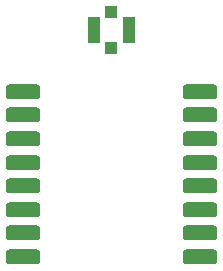
<source format=gtp>
G04 #@! TF.GenerationSoftware,KiCad,Pcbnew,8.0.1*
G04 #@! TF.CreationDate,2024-04-21T16:22:43+01:00*
G04 #@! TF.ProjectId,lora_adapter,6c6f7261-5f61-4646-9170-7465722e6b69,rev?*
G04 #@! TF.SameCoordinates,Original*
G04 #@! TF.FileFunction,Paste,Top*
G04 #@! TF.FilePolarity,Positive*
%FSLAX46Y46*%
G04 Gerber Fmt 4.6, Leading zero omitted, Abs format (unit mm)*
G04 Created by KiCad (PCBNEW 8.0.1) date 2024-04-21 16:22:43*
%MOMM*%
%LPD*%
G01*
G04 APERTURE LIST*
G04 Aperture macros list*
%AMRoundRect*
0 Rectangle with rounded corners*
0 $1 Rounding radius*
0 $2 $3 $4 $5 $6 $7 $8 $9 X,Y pos of 4 corners*
0 Add a 4 corners polygon primitive as box body*
4,1,4,$2,$3,$4,$5,$6,$7,$8,$9,$2,$3,0*
0 Add four circle primitives for the rounded corners*
1,1,$1+$1,$2,$3*
1,1,$1+$1,$4,$5*
1,1,$1+$1,$6,$7*
1,1,$1+$1,$8,$9*
0 Add four rect primitives between the rounded corners*
20,1,$1+$1,$2,$3,$4,$5,0*
20,1,$1+$1,$4,$5,$6,$7,0*
20,1,$1+$1,$6,$7,$8,$9,0*
20,1,$1+$1,$8,$9,$2,$3,0*%
G04 Aperture macros list end*
%ADD10R,1.000000X1.000000*%
%ADD11R,1.050000X2.200000*%
%ADD12RoundRect,0.317500X-1.157500X-0.317500X1.157500X-0.317500X1.157500X0.317500X-1.157500X0.317500X0*%
G04 APERTURE END LIST*
D10*
X79933800Y-86869400D03*
D11*
X78458800Y-85369400D03*
D10*
X79933800Y-83869400D03*
D11*
X81408800Y-85369400D03*
D12*
X72434200Y-90586800D03*
X72434200Y-92586800D03*
X72434200Y-94586800D03*
X72434200Y-96586800D03*
X72434200Y-98586800D03*
X72434200Y-100586800D03*
X72434200Y-102586800D03*
X72434200Y-104586800D03*
X87484200Y-104586800D03*
X87484200Y-102586800D03*
X87484200Y-100586800D03*
X87484200Y-98586800D03*
X87484200Y-96586800D03*
X87484200Y-94586800D03*
X87484200Y-92586800D03*
X87484200Y-90586800D03*
M02*

</source>
